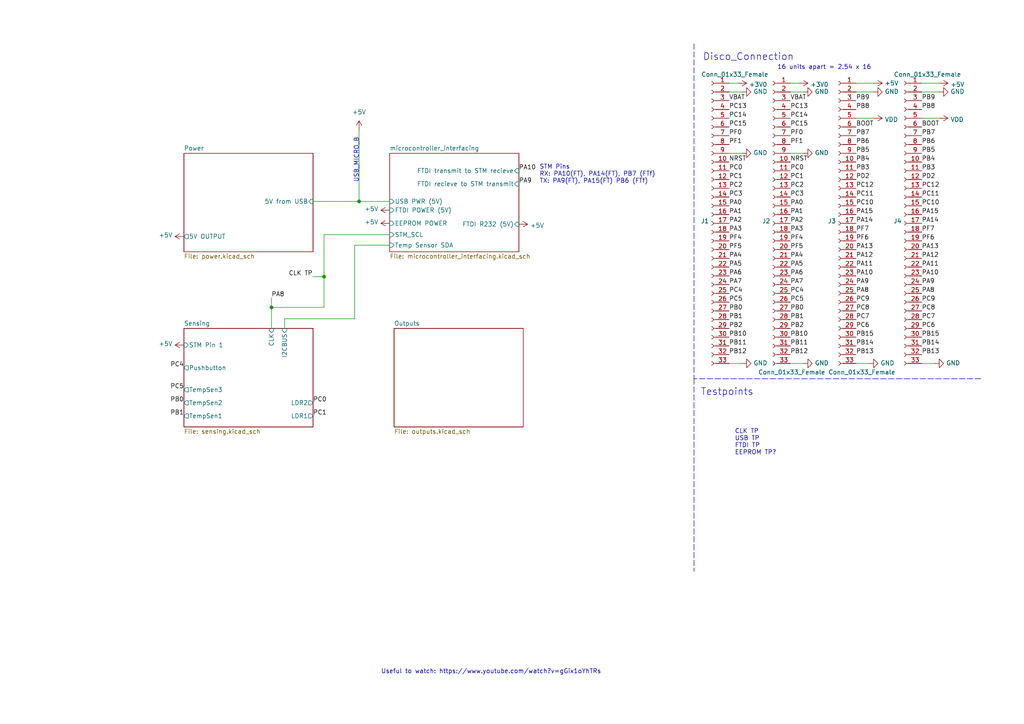
<source format=kicad_sch>
(kicad_sch (version 20211123) (generator eeschema)
  (paper "A4")
  (title_block (title "EEE3088F Template") (date "2022-02-21") (rev "V0.0") (company "University of Cape Town") (comment 3 "@Checked By: ") (comment 4 "@Authors: Justin Pead"))
  (lib_symbols
    (symbol "Connector:Conn_01x33_Female" (pin_names (offset 1.016) hide)
      (property "Reference" "J" (at 0 43.18 0))
      (property "Value" "Conn_01x33_Female" (at 0 -43.18 0))
      (symbol "Conn_01x33_Female_1_1"
        (arc (start 0 -40.132) (mid -0.508 -40.64) (end 0 -41.148) (stroke (width 0.1524)))
        (arc (start 0 -37.592) (mid -0.508 -38.1) (end 0 -38.608) (stroke (width 0.1524)))
        (arc (start 0 -35.052) (mid -0.508 -35.56) (end 0 -36.068) (stroke (width 0.1524)))
        (arc (start 0 -32.512) (mid -0.508 -33.02) (end 0 -33.528) (stroke (width 0.1524)))
        (arc (start 0 -29.972) (mid -0.508 -30.48) (end 0 -30.988) (stroke (width 0.1524)))
        (arc (start 0 -27.432) (mid -0.508 -27.94) (end 0 -28.448) (stroke (width 0.1524)))
        (arc (start 0 -24.892) (mid -0.508 -25.4) (end 0 -25.908) (stroke (width 0.1524)))
        (arc (start 0 -22.352) (mid -0.508 -22.86) (end 0 -23.368) (stroke (width 0.1524)))
        (arc (start 0 -19.812) (mid -0.508 -20.32) (end 0 -20.828) (stroke (width 0.1524)))
        (arc (start 0 -17.272) (mid -0.508 -17.78) (end 0 -18.288) (stroke (width 0.1524)))
        (arc (start 0 -14.732) (mid -0.508 -15.24) (end 0 -15.748) (stroke (width 0.1524)))
        (arc (start 0 -12.192) (mid -0.508 -12.7) (end 0 -13.208) (stroke (width 0.1524)))
        (arc (start 0 -9.652) (mid -0.508 -10.16) (end 0 -10.668) (stroke (width 0.1524)))
        (arc (start 0 -7.112) (mid -0.508 -7.62) (end 0 -8.128) (stroke (width 0.1524)))
        (arc (start 0 -4.572) (mid -0.508 -5.08) (end 0 -5.588) (stroke (width 0.1524)))
        (arc (start 0 -2.032) (mid -0.508 -2.54) (end 0 -3.048) (stroke (width 0.1524)))
        (polyline (pts (xy -1.27 -40.64) (xy -0.508 -40.64)) (stroke (width 0.1524)))
        (polyline (pts (xy -1.27 -38.1) (xy -0.508 -38.1)) (stroke (width 0.1524)))
        (polyline (pts (xy -1.27 -35.56) (xy -0.508 -35.56)) (stroke (width 0.1524)))
        (polyline (pts (xy -1.27 -33.02) (xy -0.508 -33.02)) (stroke (width 0.1524)))
        (polyline (pts (xy -1.27 -30.48) (xy -0.508 -30.48)) (stroke (width 0.1524)))
        (polyline (pts (xy -1.27 -27.94) (xy -0.508 -27.94)) (stroke (width 0.1524)))
        (polyline (pts (xy -1.27 -25.4) (xy -0.508 -25.4)) (stroke (width 0.1524)))
        (polyline (pts (xy -1.27 -22.86) (xy -0.508 -22.86)) (stroke (width 0.1524)))
        (polyline (pts (xy -1.27 -20.32) (xy -0.508 -20.32)) (stroke (width 0.1524)))
        (polyline (pts (xy -1.27 -17.78) (xy -0.508 -17.78)) (stroke (width 0.1524)))
        (polyline (pts (xy -1.27 -15.24) (xy -0.508 -15.24)) (stroke (width 0.1524)))
        (polyline (pts (xy -1.27 -12.7) (xy -0.508 -12.7)) (stroke (width 0.1524)))
        (polyline (pts (xy -1.27 -10.16) (xy -0.508 -10.16)) (stroke (width 0.1524)))
        (polyline (pts (xy -1.27 -7.62) (xy -0.508 -7.62)) (stroke (width 0.1524)))
        (polyline (pts (xy -1.27 -5.08) (xy -0.508 -5.08)) (stroke (width 0.1524)))
        (polyline (pts (xy -1.27 -2.54) (xy -0.508 -2.54)) (stroke (width 0.1524)))
        (polyline (pts (xy -1.27 0) (xy -0.508 0)) (stroke (width 0.1524)))
        (polyline (pts (xy -1.27 2.54) (xy -0.508 2.54)) (stroke (width 0.1524)))
        (polyline (pts (xy -1.27 5.08) (xy -0.508 5.08)) (stroke (width 0.1524)))
        (polyline (pts (xy -1.27 7.62) (xy -0.508 7.62)) (stroke (width 0.1524)))
        (polyline (pts (xy -1.27 10.16) (xy -0.508 10.16)) (stroke (width 0.1524)))
        (polyline (pts (xy -1.27 12.7) (xy -0.508 12.7)) (stroke (width 0.1524)))
        (polyline (pts (xy -1.27 15.24) (xy -0.508 15.24)) (stroke (width 0.1524)))
        (polyline (pts (xy -1.27 17.78) (xy -0.508 17.78)) (stroke (width 0.1524)))
        (polyline (pts (xy -1.27 20.32) (xy -0.508 20.32)) (stroke (width 0.1524)))
        (polyline (pts (xy -1.27 22.86) (xy -0.508 22.86)) (stroke (width 0.1524)))
        (polyline (pts (xy -1.27 25.4) (xy -0.508 25.4)) (stroke (width 0.1524)))
        (polyline (pts (xy -1.27 27.94) (xy -0.508 27.94)) (stroke (width 0.1524)))
        (polyline (pts (xy -1.27 30.48) (xy -0.508 30.48)) (stroke (width 0.1524)))
        (polyline (pts (xy -1.27 33.02) (xy -0.508 33.02)) (stroke (width 0.1524)))
        (polyline (pts (xy -1.27 35.56) (xy -0.508 35.56)) (stroke (width 0.1524)))
        (polyline (pts (xy -1.27 38.1) (xy -0.508 38.1)) (stroke (width 0.1524)))
        (polyline (pts (xy -1.27 40.64) (xy -0.508 40.64)) (stroke (width 0.1524)))
        (arc (start 0 0.508) (mid -0.508 0) (end 0 -0.508) (stroke (width 0.1524)))
        (arc (start 0 3.048) (mid -0.508 2.54) (end 0 2.032) (stroke (width 0.1524)))
        (arc (start 0 5.588) (mid -0.508 5.08) (end 0 4.572) (stroke (width 0.1524)))
        (arc (start 0 8.128) (mid -0.508 7.62) (end 0 7.112) (stroke (width 0.1524)))
        (arc (start 0 10.668) (mid -0.508 10.16) (end 0 9.652) (stroke (width 0.1524)))
        (arc (start 0 13.208) (mid -0.508 12.7) (end 0 12.192) (stroke (width 0.1524)))
        (arc (start 0 15.748) (mid -0.508 15.24) (end 0 14.732) (stroke (width 0.1524)))
        (arc (start 0 18.288) (mid -0.508 17.78) (end 0 17.272) (stroke (width 0.1524)))
        (arc (start 0 20.828) (mid -0.508 20.32) (end 0 19.812) (stroke (width 0.1524)))
        (arc (start 0 23.368) (mid -0.508 22.86) (end 0 22.352) (stroke (width 0.1524)))
        (arc (start 0 25.908) (mid -0.508 25.4) (end 0 24.892) (stroke (width 0.1524)))
        (arc (start 0 28.448) (mid -0.508 27.94) (end 0 27.432) (stroke (width 0.1524)))
        (arc (start 0 30.988) (mid -0.508 30.48) (end 0 29.972) (stroke (width 0.1524)))
        (arc (start 0 33.528) (mid -0.508 33.02) (end 0 32.512) (stroke (width 0.1524)))
        (arc (start 0 36.068) (mid -0.508 35.56) (end 0 35.052) (stroke (width 0.1524)))
        (arc (start 0 38.608) (mid -0.508 38.1) (end 0 37.592) (stroke (width 0.1524)))
        (arc (start 0 41.148) (mid -0.508 40.64) (end 0 40.132) (stroke (width 0.1524)))
        (pin passive line (at -5.08 40.64 0) (length 3.81) (name "Pin_1") (number "1"))
        (pin passive line (at -5.08 17.78 0) (length 3.81) (name "Pin_10") (number "10"))
        (pin passive line (at -5.08 15.24 0) (length 3.81) (name "Pin_11") (number "11"))
        (pin passive line (at -5.08 12.7 0) (length 3.81) (name "Pin_12") (number "12"))
        (pin passive line (at -5.08 10.16 0) (length 3.81) (name "Pin_13") (number "13"))
        (pin passive line (at -5.08 7.62 0) (length 3.81) (name "Pin_14") (number "14"))
        (pin passive line (at -5.08 5.08 0) (length 3.81) (name "Pin_15") (number "15"))
        (pin passive line (at -5.08 2.54 0) (length 3.81) (name "Pin_16") (number "16"))
        (pin passive line (at -5.08 0 0) (length 3.81) (name "Pin_17") (number "17"))
        (pin passive line (at -5.08 -2.54 0) (length 3.81) (name "Pin_18") (number "18"))
        (pin passive line (at -5.08 -5.08 0) (length 3.81) (name "Pin_19") (number "19"))
        (pin passive line (at -5.08 38.1 0) (length 3.81) (name "Pin_2") (number "2"))
        (pin passive line (at -5.08 -7.62 0) (length 3.81) (name "Pin_20") (number "20"))
        (pin passive line (at -5.08 -10.16 0) (length 3.81) (name "Pin_21") (number "21"))
        (pin passive line (at -5.08 -12.7 0) (length 3.81) (name "Pin_22") (number "22"))
        (pin passive line (at -5.08 -15.24 0) (length 3.81) (name "Pin_23") (number "23"))
        (pin passive line (at -5.08 -17.78 0) (length 3.81) (name "Pin_24") (number "24"))
        (pin passive line (at -5.08 -20.32 0) (length 3.81) (name "Pin_25") (number "25"))
        (pin passive line (at -5.08 -22.86 0) (length 3.81) (name "Pin_26") (number "26"))
        (pin passive line (at -5.08 -25.4 0) (length 3.81) (name "Pin_27") (number "27"))
        (pin passive line (at -5.08 -27.94 0) (length 3.81) (name "Pin_28") (number "28"))
        (pin passive line (at -5.08 -30.48 0) (length 3.81) (name "Pin_29") (number "29"))
        (pin passive line (at -5.08 35.56 0) (length 3.81) (name "Pin_3") (number "3"))
        (pin passive line (at -5.08 -33.02 0) (length 3.81) (name "Pin_30") (number "30"))
        (pin passive line (at -5.08 -35.56 0) (length 3.81) (name "Pin_31") (number "31"))
        (pin passive line (at -5.08 -38.1 0) (length 3.81) (name "Pin_32") (number "32"))
        (pin passive line (at -5.08 -40.64 0) (length 3.81) (name "Pin_33") (number "33"))
        (pin passive line (at -5.08 33.02 0) (length 3.81) (name "Pin_4") (number "4"))
        (pin passive line (at -5.08 30.48 0) (length 3.81) (name "Pin_5") (number "5"))
        (pin passive line (at -5.08 27.94 0) (length 3.81) (name "Pin_6") (number "6"))
        (pin passive line (at -5.08 25.4 0) (length 3.81) (name "Pin_7") (number "7"))
        (pin passive line (at -5.08 22.86 0) (length 3.81) (name "Pin_8") (number "8"))
        (pin passive line (at -5.08 20.32 0) (length 3.81) (name "Pin_9") (number "9"))
      )
    )
    (symbol "power:+3V0" (power) (pin_names (offset 0))
      (property "Value" "+3V0" (at 0 3.556 0))
      (symbol "+3V0_0_1"
        (polyline (pts (xy -0.762 1.27) (xy 0 2.54)))
        (polyline (pts (xy 0 0) (xy 0 2.54)))
        (polyline (pts (xy 0 2.54) (xy 0.762 1.27)))
      )
      (symbol "+3V0_1_1"
        (pin power_in line (at 0 0 90) (length 0) hide (name "+3V0") (number "1"))
      )
    )
    (symbol "power:+5V" (power) (pin_names (offset 0))
      (property "Value" "+5V" (at 0 3.556 0))
      (symbol "+5V_0_1"
        (polyline (pts (xy -0.762 1.27) (xy 0 2.54)))
        (polyline (pts (xy 0 0) (xy 0 2.54)))
        (polyline (pts (xy 0 2.54) (xy 0.762 1.27)))
      )
      (symbol "+5V_1_1"
        (pin power_in line (at 0 0 90) (length 0) hide (name "+5V") (number "1"))
      )
    )
    (symbol "power:GND" (power) (pin_names (offset 0))
      (property "Value" "GND" (at 0 -3.81 0))
      (symbol "GND_0_1"
        (polyline (pts (xy 0 0) (xy 0 -1.27) (xy 1.27 -1.27) (xy 0 -2.54) (xy -1.27 -1.27) (xy 0 -1.27)))
      )
      (symbol "GND_1_1"
        (pin power_in line (at 0 0 270) (length 0) hide (name "GND") (number "1"))
      )
    )
    (symbol "power:VDD" (power) (pin_names (offset 0))
      (property "Value" "VDD" (at 0 3.81 0))
      (symbol "VDD_0_1"
        (polyline (pts (xy -0.762 1.27) (xy 0 2.54)))
        (polyline (pts (xy 0 0) (xy 0 2.54)))
        (polyline (pts (xy 0 2.54) (xy 0.762 1.27)))
      )
      (symbol "VDD_1_1"
        (pin power_in line (at 0 0 90) (length 0) hide (name "VDD") (number "1"))
      )
    )
  )
  (junction (at 104.14 58.42))
  (junction (at 93.98 80.264))
  (junction (at 78.74 89.154))
  (wire (pts (xy 211.455 44.45) (xy 215.265 44.45)))
  (wire (pts (xy 104.14 37.592) (xy 104.14 58.42)))
  (wire (pts (xy 82.55 95.25) (xy 82.55 92.456)))
  (polyline (pts (xy 201.295 12.7) (xy 201.295 109.855)))
  (polyline (pts (xy 284.48 109.855) (xy 201.295 109.855)))
  (wire (pts (xy 248.285 26.67) (xy 253.365 26.67)))
  (wire (pts (xy 102.87 71.12) (xy 113.03 71.12)))
  (wire (pts (xy 229.235 24.13) (xy 231.775 24.13)))
  (polyline (pts (xy 201.295 109.855) (xy 201.295 165.735)))
  (wire (pts (xy 90.805 58.42) (xy 104.14 58.42)))
  (wire (pts (xy 90.678 80.264) (xy 93.98 80.264)))
  (wire (pts (xy 78.74 89.154) (xy 78.74 95.25)))
  (wire (pts (xy 248.285 34.29) (xy 253.365 34.29)))
  (wire (pts (xy 253.365 24.13) (xy 248.285 24.13)))
  (wire (pts (xy 78.74 89.154) (xy 93.98 89.154)))
  (wire (pts (xy 211.455 24.13) (xy 213.995 24.13)))
  (wire (pts (xy 93.98 80.264) (xy 93.98 89.154)))
  (wire (pts (xy 233.045 105.41) (xy 229.235 105.41)))
  (wire (pts (xy 229.235 26.67) (xy 233.045 26.67)))
  (wire (pts (xy 78.74 86.36) (xy 78.74 89.154)))
  (wire (pts (xy 229.235 44.45) (xy 233.045 44.45)))
  (wire (pts (xy 272.415 24.13) (xy 267.335 24.13)))
  (wire (pts (xy 211.455 26.67) (xy 215.265 26.67)))
  (wire (pts (xy 102.87 92.456) (xy 102.87 71.12)))
  (wire (pts (xy 248.285 105.41) (xy 252.095 105.41)))
  (wire (pts (xy 267.335 105.41) (xy 271.145 105.41)))
  (wire (pts (xy 267.335 26.67) (xy 272.415 26.67)))
  (wire (pts (xy 93.98 68.072) (xy 113.03 68.072)))
  (wire (pts (xy 82.55 92.456) (xy 102.87 92.456)))
  (wire (pts (xy 215.265 105.41) (xy 211.455 105.41)))
  (wire (pts (xy 267.335 34.29) (xy 272.415 34.29)))
  (wire (pts (xy 104.14 58.42) (xy 113.03 58.42)))
  (wire (pts (xy 93.98 68.072) (xy 93.98 80.264)))
  (text "Useful to watch: https://www.youtube.com/watch?v=gGix1oYhTRs" (at 110.49 195.58 0) (effects (font (size 1.27 1.27)) (justify left bottom)))
  (text "STM Pins\nRX: PA10(FT), PA14(FT), PB7 (FTf)\nTX: PA9(FT), PA15(FT) PB6 (FTf)\n" (at 156.464 53.34 0) (effects (font (size 1.27 1.27)) (justify left bottom)))
  (text "USB_MICRO_B" (at 104.14 39.878 270) (effects (font (size 1.27 1.27)) (justify right bottom)))
  (text "16 units apart = 2.54 x 16" (at 225.425 20.32 0) (effects (font (size 1.27 1.27)) (justify left bottom)))
  (text "CLK TP\nUSB TP\nFTDI TP\nEEPROM TP?" (at 213.106 132.08 0) (effects (font (size 1.27 1.27)) (justify left bottom)))
  (text "Disco_Connection" (at 203.835 17.78 0) (effects (font (size 2.0066 2.0066)) (justify left bottom)))
  (text "Testpoints" (at 203.2 114.935 0) (effects (font (size 2.0066 2.0066)) (justify left bottom)))
  (label "PC14" (at 211.455 34.29 0))
  (label "PC11" (at 248.285 57.15 0))
  (label "PB2" (at 211.455 95.25 0))
  (label "PB6" (at 248.285 41.91 0))
  (label "PB14" (at 267.335 100.33 0))
  (label "PA15" (at 267.335 62.23 0))
  (label "PB14" (at 248.285 100.33 0))
  (label "PA11" (at 267.335 77.47 0))
  (label "PC7" (at 248.285 92.71 0))
  (label "PB6" (at 267.335 41.91 0))
  (label "PA9" (at 150.495 53.34 0))
  (label "PA8" (at 267.335 85.09 0))
  (label "PC9" (at 248.285 87.63 0))
  (label "PB15" (at 267.335 97.79 0))
  (label "PC11" (at 267.335 57.15 0))
  (label "PC1" (at 211.455 52.07 0))
  (label "PC1" (at 90.805 120.65 0))
  (label "PA1" (at 229.235 62.23 0))
  (label "PA8" (at 78.74 86.36 0))
  (label "PF7" (at 267.335 67.31 0))
  (label "PC0" (at 229.235 49.53 0))
  (label "PF7" (at 248.285 67.31 0))
  (label "PA12" (at 267.335 74.93 0))
  (label "PC15" (at 211.455 36.83 0))
  (label "PC1" (at 229.235 52.07 0))
  (label "PC13" (at 229.235 31.75 0))
  (label "VBAT" (at 229.235 29.21 0))
  (label "PC6" (at 267.335 95.25 0))
  (label "PA4" (at 211.455 74.93 0))
  (label "BOOT" (at 248.285 36.83 0))
  (label "PB5" (at 248.285 44.45 0))
  (label "PC8" (at 267.335 90.17 0))
  (label "PB7" (at 267.335 39.37 0))
  (label "PA13" (at 267.335 72.39 0))
  (label "PD2" (at 248.285 52.07 0))
  (label "PC12" (at 248.285 54.61 0))
  (label "PC10" (at 248.285 59.69 0))
  (label "PB1" (at 211.455 92.71 0))
  (label "PB9" (at 267.335 29.21 0))
  (label "PA2" (at 229.235 64.77 0))
  (label "PA10" (at 267.335 80.01 0))
  (label "PB5" (at 267.335 44.45 0))
  (label "PB1" (at 53.34 120.65 180))
  (label "PF5" (at 211.455 72.39 0))
  (label "PB13" (at 248.285 102.87 0))
  (label "PC4" (at 229.235 85.09 0))
  (label "PC15" (at 229.235 36.83 0))
  (label "PB1" (at 229.235 92.71 0))
  (label "PA5" (at 229.235 77.47 0))
  (label "PC0" (at 211.455 49.53 0))
  (label "PB7" (at 248.285 39.37 0))
  (label "PC4" (at 53.34 106.68 180))
  (label "PC5" (at 53.34 113.03 180))
  (label "PB0" (at 229.235 90.17 0))
  (label "PA5" (at 211.455 77.47 0))
  (label "PC8" (at 248.285 90.17 0))
  (label "PA3" (at 229.235 67.31 0))
  (label "PA10" (at 248.285 80.01 0))
  (label "PB12" (at 211.455 102.87 0))
  (label "PB10" (at 211.455 97.79 0))
  (label "PB3" (at 267.335 49.53 0))
  (label "PA14" (at 248.285 64.77 0))
  (label "VBAT" (at 211.455 29.21 0))
  (label "PC6" (at 248.285 95.25 0))
  (label "PA7" (at 229.235 82.55 0))
  (label "PB11" (at 211.455 100.33 0))
  (label "PC4" (at 211.455 85.09 0))
  (label "PC14" (at 229.235 34.29 0))
  (label "PC2" (at 229.235 54.61 0))
  (label "PF4" (at 229.235 69.85 0))
  (label "PB2" (at 229.235 95.25 0))
  (label "PF0" (at 211.455 39.37 0))
  (label "PA2" (at 211.455 64.77 0))
  (label "PA12" (at 248.285 74.93 0))
  (label "PC5" (at 229.235 87.63 0))
  (label "PA6" (at 229.235 80.01 0))
  (label "PC13" (at 211.455 31.75 0))
  (label "PB13" (at 267.335 102.87 0))
  (label "NRST" (at 229.235 46.99 0))
  (label "PA3" (at 211.455 67.31 0))
  (label "PB4" (at 267.335 46.99 0))
  (label "PA6" (at 211.455 80.01 0))
  (label "PF1" (at 229.235 41.91 0))
  (label "BOOT" (at 267.335 36.83 0))
  (label "PA4" (at 229.235 74.93 0))
  (label "PB15" (at 248.285 97.79 0))
  (label "PB4" (at 248.285 46.99 0))
  (label "PF0" (at 229.235 39.37 0))
  (label "PB8" (at 267.335 31.75 0))
  (label "PC5" (at 211.455 87.63 0))
  (label "PA0" (at 211.455 59.69 0))
  (label "PB11" (at 229.235 100.33 0))
  (label "PC12" (at 267.335 54.61 0))
  (label "PB0" (at 53.34 116.84 180))
  (label "PC7" (at 267.335 92.71 0))
  (label "PF5" (at 229.235 72.39 0))
  (label "PA0" (at 229.235 59.69 0))
  (label "CLK TP" (at 90.678 80.264 180))
  (label "PC3" (at 211.455 57.15 0))
  (label "PA14" (at 267.335 64.77 0))
  (label "PF6" (at 267.335 69.85 0))
  (label "PF6" (at 248.285 69.85 0))
  (label "PA11" (at 248.285 77.47 0))
  (label "PF1" (at 211.455 41.91 0))
  (label "PA15" (at 248.285 62.23 0))
  (label "PD2" (at 267.335 52.07 0))
  (label "PB8" (at 248.285 31.75 0))
  (label "PA10" (at 150.495 49.53 0))
  (label "PB10" (at 229.235 97.79 0))
  (label "PA7" (at 211.455 82.55 0))
  (label "PA9" (at 248.285 82.55 0))
  (label "PB9" (at 248.285 29.21 0))
  (label "PA9" (at 267.335 82.55 0))
  (label "PB12" (at 229.235 102.87 0))
  (label "PC10" (at 267.335 59.69 0))
  (label "PA1" (at 211.455 62.23 0))
  (label "PA13" (at 248.285 72.39 0))
  (label "PC2" (at 211.455 54.61 0))
  (label "PB3" (at 248.285 49.53 0))
  (label "PA8" (at 248.285 85.09 0))
  (label "PC0" (at 90.805 116.84 0))
  (label "PF4" (at 211.455 69.85 0))
  (label "PB0" (at 211.455 90.17 0))
  (label "NRST" (at 211.455 46.99 0))
  (label "PC3" (at 229.235 57.15 0))
  (label "PC9" (at 267.335 87.63 0))
  (symbol (lib_id "power:+5V") (at 113.03 64.77 90) (unit 1)
    (property "Reference" "#PWR0105" (effects hide))
    (property "Value" "+5V" (at 109.7788 64.389 90) (effects (justify left)))
  )
  (symbol (lib_id "power:GND") (at 233.045 105.41 90) (unit 1)
    (property "Reference" "#PWR08" (effects hide))
    (property "Value" "GND" (at 236.2962 105.283 90) (effects (justify right)))
  )
  (symbol (lib_id "power:GND") (at 233.045 44.45 90) (unit 1)
    (property "Reference" "#PWR07" (effects hide))
    (property "Value" "GND" (at 236.2962 44.323 90) (effects (justify right)))
  )
  (symbol (lib_id "power:GND") (at 233.045 26.67 90) (unit 1)
    (property "Reference" "#PWR06" (effects hide))
    (property "Value" "GND" (at 236.2962 26.543 90) (effects (justify right)))
  )
  (symbol (lib_id "power:GND") (at 252.095 105.41 90) (unit 1)
    (property "Reference" "#PWR09" (effects hide))
    (property "Value" "GND" (at 255.3462 105.283 90) (effects (justify right)))
  )
  (symbol (lib_id "Connector:Conn_01x33_Female") (at 262.255 64.77 0) (mirror y) (unit 1)
    (property "Reference" "J4" (at 261.5438 64.1096 0) (effects (justify left)))
    (property "Value" "Conn_01x33_Female" (at 278.765 21.59 0) (effects (justify left)))
    (property "Footprint" "Connector_PinHeader_2.54mm:PinHeader_1x33_P2.54mm_Vertical" (effects hide))
    (property "Populate" "DNP" (effects hide))
    (property "Price" "0" (effects hide))
  )
  (symbol (lib_id "power:GND") (at 215.265 105.41 90) (unit 1)
    (property "Reference" "#PWR04" (effects hide))
    (property "Value" "GND" (at 218.5162 105.283 90) (effects (justify right)))
  )
  (symbol (lib_id "power:GND") (at 215.265 44.45 90) (unit 1)
    (property "Reference" "#PWR03" (effects hide))
    (property "Value" "GND" (at 218.5162 44.323 90) (effects (justify right)))
  )
  (symbol (lib_id "power:+5V") (at 104.14 37.592 0) (unit 1)
    (property "Reference" "#PWR0106" (effects hide))
    (property "Value" "+5V" (at 104.14 32.512 0))
  )
  (symbol (lib_id "power:GND") (at 253.365 26.67 90) (unit 1)
    (property "Reference" "#PWR011" (effects hide))
    (property "Value" "GND" (at 256.6162 26.543 90) (effects (justify right)))
  )
  (symbol (lib_id "power:+5V") (at 253.365 24.13 270) (unit 1)
    (property "Reference" "#PWR010" (effects hide))
    (property "Value" "+5V" (at 256.54 24.13 90) (effects (justify left)))
  )
  (symbol (lib_id "power:GND") (at 272.415 26.67 90) (unit 1)
    (property "Reference" "#PWR015" (effects hide))
    (property "Value" "GND" (at 275.6662 26.543 90) (effects (justify right)))
  )
  (symbol (lib_id "power:GND") (at 271.145 105.41 90) (unit 1)
    (property "Reference" "#PWR013" (effects hide))
    (property "Value" "GND" (at 274.3962 105.283 90) (effects (justify right)))
  )
  (symbol (lib_id "power:GND") (at 215.265 26.67 90) (unit 1)
    (property "Reference" "#PWR02" (effects hide))
    (property "Value" "GND" (at 218.5162 26.543 90) (effects (justify right)))
  )
  (symbol (lib_id "Connector:Conn_01x33_Female") (at 224.155 64.77 0) (mirror y) (unit 1)
    (property "Reference" "J2" (at 223.4438 64.1096 0) (effects (justify left)))
    (property "Value" "Conn_01x33_Female" (at 239.395 107.95 0) (effects (justify left)))
    (property "Footprint" "Connector_PinSocket_2.54mm:PinSocket_1x33_P2.54mm_Vertical" (effects hide))
    (property "LCSC" "C1234 (example)" (effects hide))
    (property "Populate" "DNP" (effects hide))
    (property "Alt_LCSC" "C12345 (example)" (effects hide))
    (property "Price" "0" (effects hide))
  )
  (symbol (lib_id "power:+5V") (at 53.34 100.076 90) (unit 1)
    (property "Reference" "#PWR0101" (effects hide))
    (property "Value" "+5V" (at 50.0888 99.695 90) (effects (justify left)))
  )
  (symbol (lib_id "Connector:Conn_01x33_Female") (at 206.375 64.77 0) (mirror y) (unit 1)
    (property "Reference" "J1" (at 205.6638 64.1096 0) (effects (justify left)))
    (property "Value" "Conn_01x33_Female" (at 222.885 21.59 0) (effects (justify left)))
    (property "Footprint" "Connector_PinHeader_2.54mm:PinHeader_1x33_P2.54mm_Vertical" (effects hide))
    (property "Populate" "DNP" (effects hide))
    (property "Price" "0" (effects hide))
  )
  (symbol (lib_id "power:+5V") (at 150.495 65.024 270) (unit 1)
    (property "Reference" "#PWR0104" (effects hide))
    (property "Value" "+5V" (at 153.7462 65.405 90) (effects (justify left)))
  )
  (symbol (lib_id "power:VDD") (at 253.365 34.29 270) (unit 1)
    (property "Reference" "#PWR012" (effects hide))
    (property "Value" "VDD" (at 256.6162 34.671 90) (effects (justify left)))
  )
  (symbol (lib_id "power:+5V") (at 272.415 24.13 270) (unit 1)
    (property "Reference" "#PWR014" (effects hide))
    (property "Value" "+5V" (at 275.6662 24.511 90) (effects (justify left)))
  )
  (symbol (lib_id "power:+3V0") (at 231.775 24.13 270) (unit 1)
    (property "Reference" "#PWR05" (effects hide))
    (property "Value" "+3V0" (at 235.0262 24.511 90) (effects (justify left)))
  )
  (symbol (lib_id "Connector:Conn_01x33_Female") (at 243.205 64.77 0) (mirror y) (unit 1)
    (property "Reference" "J3" (at 242.4938 64.1096 0) (effects (justify left)))
    (property "Value" "Conn_01x33_Female" (at 259.715 107.95 0) (effects (justify left)))
    (property "Footprint" "Connector_PinSocket_2.54mm:PinSocket_1x33_P2.54mm_Vertical" (effects hide))
    (property "LCSC" "C1234 (example)" (effects hide))
    (property "Populate" "DNP" (effects hide))
    (property "Alt_LCSC" "C12345 (example)" (effects hide))
    (property "Price" "0" (effects hide))
  )
  (symbol (lib_id "power:VDD") (at 272.415 34.29 270) (unit 1)
    (property "Reference" "#PWR016" (effects hide))
    (property "Value" "VDD" (at 275.6662 34.671 90) (effects (justify left)))
  )
  (symbol (lib_id "power:+3V0") (at 213.995 24.13 270) (unit 1)
    (property "Reference" "#PWR01" (effects hide))
    (property "Value" "+3V0" (at 217.2462 24.511 90) (effects (justify left)))
  )
  (symbol (lib_id "power:+5V") (at 53.34 68.58 90) (unit 1)
    (property "Reference" "#PWR0102" (effects hide))
    (property "Value" "+5V" (at 50.0888 68.199 90) (effects (justify left)))
  )
  (symbol (lib_id "power:+5V") (at 113.03 60.96 90) (unit 1)
    (property "Reference" "#PWR0103" (effects hide))
    (property "Value" "+5V" (at 109.7788 60.579 90) (effects (justify left)))
  )
  (sheet (at 113.03 44.45) (size 37.465 28.575) (stroke (width 0.1524))
    (property "Sheet name" "microcontroller_interfacing" (at 113.03 43.7384 0) (effects (justify left bottom)))
    (property "Sheet file" "microcontroller_interfacing.kicad_sch" (at 113.03 73.6096 0) (effects (justify left top)))
    (pin "EEPROM POWER" input (at 113.03 64.77 180))
    (pin "USB PWR (5V)" input (at 113.03 58.42 180))
    (pin "Temp Sensor SDA" input (at 113.03 71.12 180))
    (pin "FTDI transmit to STM recieve" input (at 150.495 49.53 0))
    (pin "FTDI recieve to STM transmit" input (at 150.495 53.34 0))
    (pin "FTDI POWER (5V)" input (at 113.03 60.96 180))
    (pin "FTDI R232 (5V)" input (at 150.495 65.024 0))
    (pin "STM_SCL" input (at 113.03 68.072 180))
  )
  (sheet (at 114.3 95.25) (size 37.465 28.575) (stroke (width 0.1524))
    (property "Sheet name" "Outputs" (at 114.3 94.5384 0) (effects (justify left bottom)))
    (property "Sheet file" "outputs.kicad_sch" (at 114.3 124.4096 0) (effects (justify left top)))
  )
  (sheet (at 53.34 95.25) (size 37.465 28.575) (stroke (width 0.1524))
    (property "Sheet name" "Sensing" (at 53.34 94.5384 0) (effects (justify left bottom)))
    (property "Sheet file" "sensing.kicad_sch" (at 53.34 124.4096 0) (effects (justify left top)))
    (pin "LDR2" output (at 90.805 116.84 0))
    (pin "LDR1" output (at 90.805 120.65 0))
    (pin "Pushbutton " output (at 53.34 106.68 180))
    (pin "CLK" input (at 78.74 95.25 90))
    (pin "I2CBUS" input (at 82.55 95.25 90))
    (pin "TempSen2" output (at 53.34 116.84 180))
    (pin "TempSen1" output (at 53.34 120.65 180))
    (pin "TempSen3" output (at 53.34 113.03 180))
    (pin "STM Pin 1" input (at 53.34 100.076 180))
  )
  (sheet (at 53.34 44.45) (size 37.465 28.575) (stroke (width 0.1524))
    (property "Sheet name" "Power" (at 53.34 43.7384 0) (effects (justify left bottom)))
    (property "Sheet file" "power.kicad_sch" (at 53.34 73.6096 0) (effects (justify left top)))
    (pin "5V OUTPUT" output (at 53.34 68.58 180))
    (pin "5V from USB" input (at 90.805 58.42 0))
  )
)
</source>
